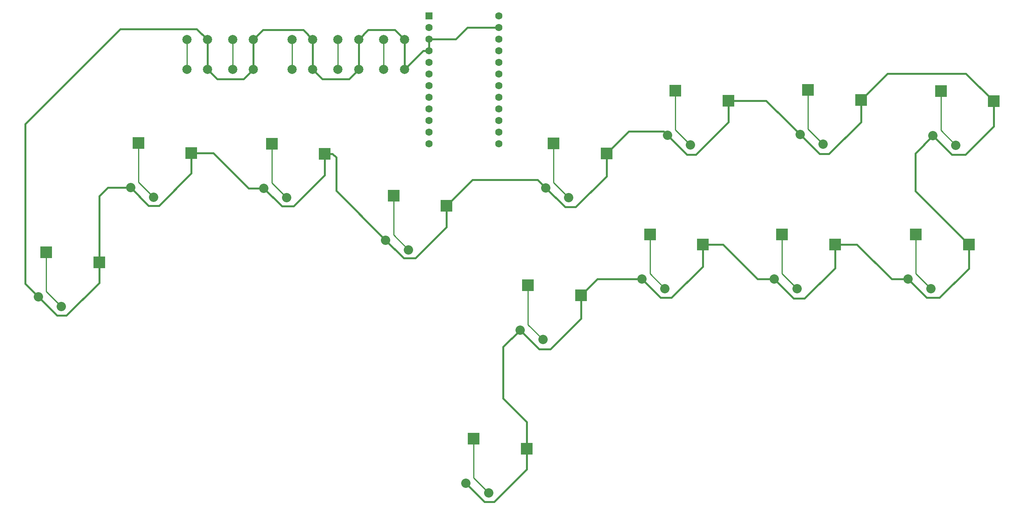
<source format=gbl>
%TF.GenerationSoftware,KiCad,Pcbnew,(6.0.7)*%
%TF.CreationDate,2022-08-14T15:20:51+10:00*%
%TF.ProjectId,Flatbox-rev1_1,466c6174-626f-4782-9d72-6576315f312e,rev?*%
%TF.SameCoordinates,Original*%
%TF.FileFunction,Copper,L2,Bot*%
%TF.FilePolarity,Positive*%
%FSLAX46Y46*%
G04 Gerber Fmt 4.6, Leading zero omitted, Abs format (unit mm)*
G04 Created by KiCad (PCBNEW (6.0.7)) date 2022-08-14 15:20:51*
%MOMM*%
%LPD*%
G01*
G04 APERTURE LIST*
%TA.AperFunction,ComponentPad*%
%ADD10C,2.032000*%
%TD*%
%TA.AperFunction,SMDPad,CuDef*%
%ADD11R,2.600000X2.600000*%
%TD*%
%TA.AperFunction,ComponentPad*%
%ADD12C,2.000000*%
%TD*%
%TA.AperFunction,ComponentPad*%
%ADD13R,1.600000X1.600000*%
%TD*%
%TA.AperFunction,ComponentPad*%
%ADD14C,1.600000*%
%TD*%
%TA.AperFunction,Conductor*%
%ADD15C,0.381000*%
%TD*%
%TA.AperFunction,Conductor*%
%ADD16C,0.254000*%
%TD*%
G04 APERTURE END LIST*
D10*
X102407600Y-76048400D03*
D11*
X99132600Y-64198400D03*
X110682600Y-66398400D03*
D10*
X97407600Y-73948400D03*
X129007600Y-87398400D03*
D11*
X125732600Y-75548400D03*
D10*
X124007600Y-85298400D03*
D11*
X137282600Y-77748400D03*
X143232600Y-128648400D03*
D10*
X146507600Y-140498400D03*
X141507600Y-138398400D03*
D11*
X154782600Y-130848400D03*
D10*
X163947600Y-75988400D03*
D11*
X160672600Y-64138400D03*
X172222600Y-66338400D03*
D10*
X158947600Y-73888400D03*
X185507600Y-62358400D03*
D11*
X198782600Y-54808400D03*
D10*
X190507600Y-64458400D03*
D11*
X187232600Y-52608400D03*
D10*
X219477600Y-64338400D03*
D11*
X216202600Y-52488400D03*
X227752600Y-54688400D03*
D10*
X214477600Y-62238400D03*
X248447600Y-64578400D03*
D11*
X245172600Y-52728400D03*
X256722600Y-54928400D03*
D10*
X243447600Y-62478400D03*
D11*
X155062600Y-95178400D03*
D10*
X158337600Y-107028400D03*
X153337600Y-104928400D03*
D11*
X166612600Y-97378400D03*
D10*
X184947600Y-95918400D03*
D11*
X181672600Y-84068400D03*
D10*
X179947600Y-93818400D03*
D11*
X193222600Y-86268400D03*
X210522600Y-84068400D03*
D10*
X213797600Y-95918400D03*
D11*
X222072600Y-86268400D03*
D10*
X208797600Y-93818400D03*
X243007600Y-95918400D03*
D11*
X239732600Y-84068400D03*
D10*
X238007600Y-93818400D03*
D11*
X251282600Y-86268400D03*
D10*
X73312600Y-75928400D03*
D11*
X70037600Y-64078400D03*
X81587600Y-66278400D03*
D10*
X68312600Y-73828400D03*
D12*
X103587600Y-41478400D03*
X103587600Y-47978400D03*
X108087600Y-41478400D03*
X108087600Y-47978400D03*
X80587600Y-41478400D03*
X80587600Y-47978400D03*
X85087600Y-47978400D03*
X85087600Y-41478400D03*
X113587600Y-41478400D03*
X113587600Y-47978400D03*
X118087600Y-47978400D03*
X118087600Y-41478400D03*
D10*
X53187600Y-99778400D03*
D11*
X49912600Y-87928400D03*
D10*
X48187600Y-97678400D03*
D11*
X61462600Y-90128400D03*
D12*
X90587600Y-47978400D03*
X90587600Y-41478400D03*
X95087600Y-41478400D03*
X95087600Y-47978400D03*
X123587600Y-41478400D03*
X123587600Y-47978400D03*
X128087600Y-41478400D03*
X128087600Y-47978400D03*
D13*
X133467600Y-36258400D03*
D14*
X133467600Y-38798400D03*
X133467600Y-41338400D03*
X133467600Y-43878400D03*
X133467600Y-46418400D03*
X133467600Y-48958400D03*
X133467600Y-51498400D03*
X133467600Y-54038400D03*
X133467600Y-56578400D03*
X133467600Y-59118400D03*
X133467600Y-61658400D03*
X133467600Y-64198400D03*
X148707600Y-64198400D03*
X148707600Y-61658400D03*
X148707600Y-59118400D03*
X148707600Y-56578400D03*
X148707600Y-54038400D03*
X148707600Y-51498400D03*
X148707600Y-48958400D03*
X148707600Y-46418400D03*
X148707600Y-43878400D03*
X148707600Y-41338400D03*
X148707600Y-38798400D03*
X148707600Y-36258400D03*
D15*
X127937600Y-89228400D02*
X130487600Y-89228400D01*
X125987600Y-39378400D02*
X120187600Y-39378400D01*
X86387600Y-66278400D02*
X94057600Y-73948400D01*
X82776000Y-39166800D02*
X66090800Y-39166800D01*
X177032600Y-61528400D02*
X184677600Y-61528400D01*
X72262600Y-77778400D02*
X74487600Y-77778400D01*
X132187600Y-43878400D02*
X128087600Y-47978400D01*
X85087600Y-41478400D02*
X85087600Y-47978400D01*
X118087600Y-47978400D02*
X115987600Y-50078400D01*
X250537600Y-66628400D02*
X256722600Y-60443400D01*
X211919001Y-59679801D02*
X214477600Y-62238400D01*
X234427600Y-93818400D02*
X226877600Y-86268400D01*
X154782600Y-135383400D02*
X154782600Y-130848400D01*
X61462600Y-75697400D02*
X61462600Y-90128400D01*
X165487600Y-78078400D02*
X172222600Y-71343400D01*
X54283101Y-101781443D02*
X52290643Y-101781443D01*
X239587600Y-66338400D02*
X239587600Y-74573400D01*
X159987600Y-109078400D02*
X166612600Y-102453400D01*
X52290643Y-101781443D02*
X48187600Y-97678400D01*
X197627600Y-86268400D02*
X193222600Y-86268400D01*
X115987600Y-50078400D02*
X110187600Y-50078400D01*
X208797600Y-93818400D02*
X205177600Y-93818400D01*
X133467600Y-41338400D02*
X133467600Y-43878400D01*
X85087600Y-41478400D02*
X82776000Y-39166800D01*
X87187600Y-50078400D02*
X85087600Y-47978400D01*
X256722600Y-60443400D02*
X256722600Y-54928400D01*
X141867600Y-38798400D02*
X148707600Y-38798400D01*
X213007600Y-98028400D02*
X215437600Y-98028400D01*
X220787600Y-66478400D02*
X227752600Y-59513400D01*
X63331600Y-73828400D02*
X61462600Y-75697400D01*
X101337600Y-77878400D02*
X103887600Y-77878400D01*
X68312600Y-73828400D02*
X72262600Y-77778400D01*
X45326368Y-94817168D02*
X48187600Y-97678400D01*
X110187600Y-50078400D02*
X108087600Y-47978400D01*
X242067600Y-97878400D02*
X244887600Y-97878400D01*
X251282600Y-91483400D02*
X251282600Y-86268400D01*
X184677600Y-61528400D02*
X185507600Y-62358400D01*
X95087600Y-47978400D02*
X92987600Y-50078400D01*
X198782600Y-59483400D02*
X198782600Y-54808400D01*
X172222600Y-71343400D02*
X172222600Y-66338400D01*
X149637600Y-119878400D02*
X154782600Y-125023400D01*
X208797600Y-93818400D02*
X213007600Y-98028400D01*
X179947600Y-93818400D02*
X170172600Y-93818400D01*
X45326368Y-59931232D02*
X45326368Y-94817168D01*
X94057600Y-73948400D02*
X97407600Y-73948400D01*
X118087600Y-41478400D02*
X118087600Y-47978400D01*
X81587600Y-70678400D02*
X81587600Y-66278400D01*
X141507600Y-138398400D02*
X145587600Y-142478400D01*
X112357600Y-66398400D02*
X113187600Y-67228400D01*
X185507600Y-62358400D02*
X189727600Y-66578400D01*
X172222600Y-66338400D02*
X177032600Y-61528400D01*
X103887600Y-77878400D02*
X110682600Y-71083400D01*
X191687600Y-66578400D02*
X198782600Y-59483400D01*
X184007600Y-97878400D02*
X186387600Y-97878400D01*
X124007600Y-85298400D02*
X127937600Y-89228400D01*
X61462600Y-90128400D02*
X61462600Y-94601944D01*
X163137600Y-78078400D02*
X165487600Y-78078400D01*
X133467600Y-43878400D02*
X132187600Y-43878400D01*
X157137600Y-72078400D02*
X158947600Y-73888400D01*
X137282600Y-77748400D02*
X142952600Y-72078400D01*
X128087600Y-41478400D02*
X128087600Y-47978400D01*
X153337600Y-104928400D02*
X157487600Y-109078400D01*
X170172600Y-93818400D02*
X166612600Y-97378400D01*
X205177600Y-93818400D02*
X197627600Y-86268400D01*
X95087600Y-41478400D02*
X95087600Y-47978400D01*
X238007600Y-93818400D02*
X242067600Y-97878400D01*
X130487600Y-89228400D02*
X137282600Y-82433400D01*
X147687600Y-142478400D02*
X154782600Y-135383400D01*
X215437600Y-98028400D02*
X222072600Y-91393400D01*
X66090800Y-39166800D02*
X45326368Y-59931232D01*
X145587600Y-142478400D02*
X147687600Y-142478400D01*
X214477600Y-62238400D02*
X218717600Y-66478400D01*
X222072600Y-91393400D02*
X222072600Y-86268400D01*
X239587600Y-74573400D02*
X251282600Y-86268400D01*
X61462600Y-94601944D02*
X54283101Y-101781443D01*
X243447600Y-62478400D02*
X239587600Y-66338400D01*
X110682600Y-71083400D02*
X110682600Y-66398400D01*
X233562600Y-48878400D02*
X250672600Y-48878400D01*
X243447600Y-62478400D02*
X247597600Y-66628400D01*
X166612600Y-102453400D02*
X166612600Y-97378400D01*
X137282600Y-82433400D02*
X137282600Y-77748400D01*
X139327600Y-41338400D02*
X141867600Y-38798400D01*
X207047600Y-54808400D02*
X211919001Y-59679801D01*
X108087600Y-41478400D02*
X105987600Y-39378400D01*
X113187600Y-67228400D02*
X113187600Y-74478400D01*
X128087600Y-41478400D02*
X125987600Y-39378400D01*
X157487600Y-109078400D02*
X159987600Y-109078400D01*
X133467600Y-41338400D02*
X139327600Y-41338400D01*
X186387600Y-97878400D02*
X193222600Y-91043400D01*
X193222600Y-91043400D02*
X193222600Y-86268400D01*
X189727600Y-66578400D02*
X191687600Y-66578400D01*
X238007600Y-93818400D02*
X234427600Y-93818400D01*
X198782600Y-54808400D02*
X207047600Y-54808400D01*
X74487600Y-77778400D02*
X81587600Y-70678400D01*
X113187600Y-74478400D02*
X124007600Y-85298400D01*
X97407600Y-73948400D02*
X101337600Y-77878400D01*
X247597600Y-66628400D02*
X250537600Y-66628400D01*
X149637600Y-108628400D02*
X149637600Y-119878400D01*
X226877600Y-86268400D02*
X222072600Y-86268400D01*
X244887600Y-97878400D02*
X251282600Y-91483400D01*
X108087600Y-41478400D02*
X108087600Y-47978400D01*
X105987600Y-39378400D02*
X97187600Y-39378400D01*
X97187600Y-39378400D02*
X95087600Y-41478400D01*
X110682600Y-66398400D02*
X112357600Y-66398400D01*
X92987600Y-50078400D02*
X87187600Y-50078400D01*
X158947600Y-73888400D02*
X163137600Y-78078400D01*
X154782600Y-125023400D02*
X154782600Y-130848400D01*
X142952600Y-72078400D02*
X157137600Y-72078400D01*
X153337600Y-104928400D02*
X149637600Y-108628400D01*
X218717600Y-66478400D02*
X220787600Y-66478400D01*
X120187600Y-39378400D02*
X118087600Y-41478400D01*
X250672600Y-48878400D02*
X256722600Y-54928400D01*
X68312600Y-73828400D02*
X63331600Y-73828400D01*
X227752600Y-54688400D02*
X233562600Y-48878400D01*
X179947600Y-93818400D02*
X184007600Y-97878400D01*
X227752600Y-59513400D02*
X227752600Y-54688400D01*
X81587600Y-66278400D02*
X86387600Y-66278400D01*
D16*
X70037600Y-72653400D02*
X73312600Y-75928400D01*
X70037600Y-64078400D02*
X70037600Y-72653400D01*
X99132600Y-64198400D02*
X99132600Y-72773400D01*
X99132600Y-72773400D02*
X102407600Y-76048400D01*
X125732600Y-84123400D02*
X129007600Y-87398400D01*
X125732600Y-75548400D02*
X125732600Y-84123400D01*
X143232600Y-137223400D02*
X146507600Y-140498400D01*
X143232600Y-128648400D02*
X143232600Y-137223400D01*
X245172600Y-52728400D02*
X245172600Y-61303400D01*
X245172600Y-61303400D02*
X248447600Y-64578400D01*
X216202600Y-52488400D02*
X216202600Y-61063400D01*
X216202600Y-61063400D02*
X219477600Y-64338400D01*
X187232600Y-61183400D02*
X190507600Y-64458400D01*
X187232600Y-52608400D02*
X187232600Y-61183400D01*
X160672600Y-72713400D02*
X163947600Y-75988400D01*
X160672600Y-64138400D02*
X160672600Y-72713400D01*
X181672600Y-92643400D02*
X184947600Y-95918400D01*
X181672600Y-84068400D02*
X181672600Y-92643400D01*
X155062600Y-95178400D02*
X155062600Y-103753400D01*
X155062600Y-103753400D02*
X158337600Y-107028400D01*
X210522600Y-84068400D02*
X210522600Y-92643400D01*
X210522600Y-92643400D02*
X213797600Y-95918400D01*
X239732600Y-92643400D02*
X243007600Y-95918400D01*
X239732600Y-84068400D02*
X239732600Y-92643400D01*
X53187600Y-99778400D02*
X49912600Y-96503400D01*
X49912600Y-96503400D02*
X49912600Y-87928400D01*
X80587600Y-47978400D02*
X80587600Y-41478400D01*
X90587600Y-47978400D02*
X90587600Y-41478400D01*
X103587600Y-47978400D02*
X103587600Y-41478400D01*
X113587600Y-47978400D02*
X113587600Y-41478400D01*
X123587600Y-47978400D02*
X123587600Y-41478400D01*
M02*

</source>
